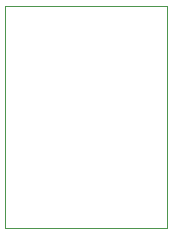
<source format=gm1>
G04 #@! TF.GenerationSoftware,KiCad,Pcbnew,(6.0.9)*
G04 #@! TF.CreationDate,2023-05-28T18:49:52+02:00*
G04 #@! TF.ProjectId,SOIC-SSOP-DIP adapter,534f4943-2d53-4534-9f50-2d4449502061,rev?*
G04 #@! TF.SameCoordinates,Original*
G04 #@! TF.FileFunction,Profile,NP*
%FSLAX46Y46*%
G04 Gerber Fmt 4.6, Leading zero omitted, Abs format (unit mm)*
G04 Created by KiCad (PCBNEW (6.0.9)) date 2023-05-28 18:49:52*
%MOMM*%
%LPD*%
G01*
G04 APERTURE LIST*
G04 #@! TA.AperFunction,Profile*
%ADD10C,0.100000*%
G04 #@! TD*
G04 APERTURE END LIST*
D10*
X64262000Y-98298000D02*
X77978000Y-98298000D01*
X77978000Y-79502000D02*
X64262000Y-79502000D01*
X77978000Y-98298000D02*
X77978000Y-79502000D01*
X64262000Y-79502000D02*
X64262000Y-98298000D01*
M02*

</source>
